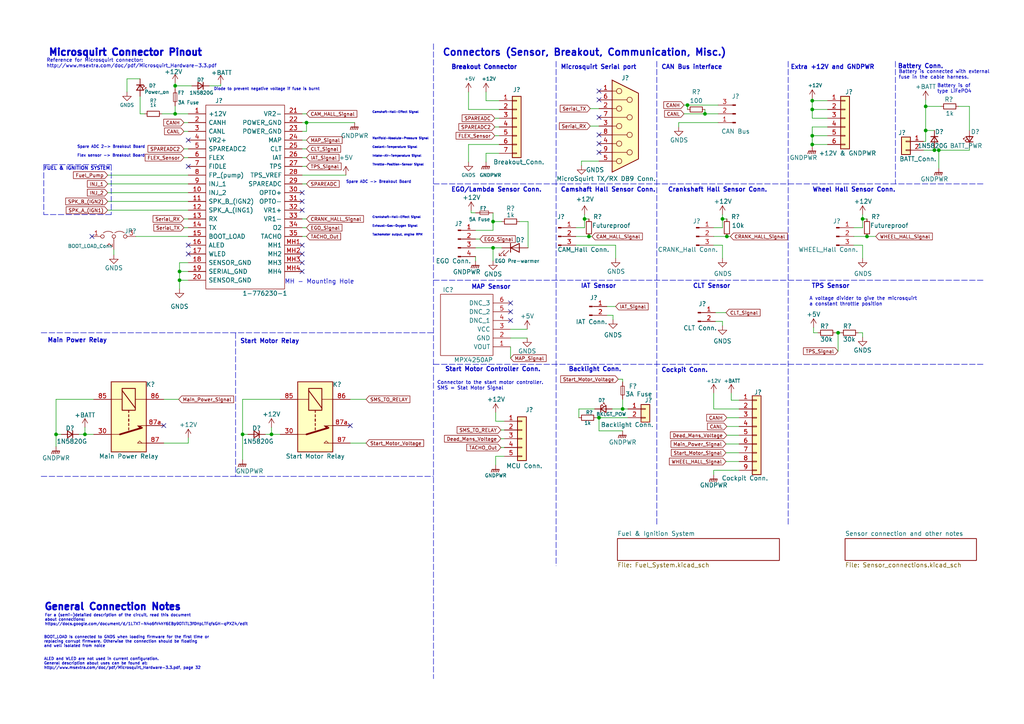
<source format=kicad_sch>
(kicad_sch (version 20211123) (generator eeschema)
  (paper "A4")
  (lib_symbols
    (symbol "Connector:Conn_01x02_Male" (pin_names (offset 1.016) hide)
      (property "Reference" "J" (at 0 2.54 0))
      (property "Value" "Conn_01x02_Male" (at 0 -5.08 0))
      (symbol "Conn_01x02_Male_1_1"
        (pin passive line (at 5.08 0 180) (length 3.81) (name "Pin_1") (number "1"))
        (pin passive line (at 5.08 -2.54 180) (length 3.81) (name "Pin_2") (number "2"))
      )
    )
    (symbol "Connector:Conn_01x03_Male" (pin_names (offset 1.016) hide)
      (property "Reference" "J" (at 0 5.08 0))
      (property "Value" "Conn_01x03_Male" (at 0 -5.08 0))
      (symbol "Conn_01x03_Male_1_1"
        (pin passive line (at 5.08 2.54 180) (length 3.81) (name "Pin_1") (number "1"))
        (pin passive line (at 5.08 0 180) (length 3.81) (name "Pin_2") (number "2"))
        (pin passive line (at 5.08 -2.54 180) (length 3.81) (name "Pin_3") (number "3"))
      )
    )
    (symbol "Connector:Conn_01x04_Male" (pin_names (offset 1.016) hide)
      (property "Reference" "J" (at 0 5.08 0))
      (property "Value" "Conn_01x04_Male" (at 0 -7.62 0))
      (symbol "Conn_01x04_Male_1_1"
        (pin passive line (at 5.08 2.54 180) (length 3.81) (name "Pin_1") (number "1"))
        (pin passive line (at 5.08 0 180) (length 3.81) (name "Pin_2") (number "2"))
        (pin passive line (at 5.08 -2.54 180) (length 3.81) (name "Pin_3") (number "3"))
        (pin passive line (at 5.08 -5.08 180) (length 3.81) (name "Pin_4") (number "4"))
      )
    )
    (symbol "Connector:DB9_Female" (pin_names (offset 1.016) hide)
      (property "Reference" "J" (at 0 13.97 0))
      (property "Value" "DB9_Female" (at 0 -14.605 0))
      (symbol "DB9_Female_1_1"
        (pin passive line (at -7.62 10.16 0) (length 3.81) (name "1") (number "1"))
        (pin passive line (at -7.62 5.08 0) (length 3.81) (name "2") (number "2"))
        (pin passive line (at -7.62 0 0) (length 3.81) (name "3") (number "3"))
        (pin passive line (at -7.62 -5.08 0) (length 3.81) (name "4") (number "4"))
        (pin passive line (at -7.62 -10.16 0) (length 3.81) (name "5") (number "5"))
        (pin passive line (at -7.62 7.62 0) (length 3.81) (name "6") (number "6"))
        (pin passive line (at -7.62 2.54 0) (length 3.81) (name "7") (number "7"))
        (pin passive line (at -7.62 -2.54 0) (length 3.81) (name "8") (number "8"))
        (pin passive line (at -7.62 -7.62 0) (length 3.81) (name "9") (number "9"))
      )
    )
    (symbol "Connector_Generic:Conn_01x02" (pin_names (offset 1.016) hide)
      (property "Reference" "J" (at 0 2.54 0))
      (property "Value" "Conn_01x02" (at 0 -5.08 0))
      (symbol "Conn_01x02_1_1"
        (pin passive line (at -5.08 0 0) (length 3.81) (name "Pin_1") (number "1"))
        (pin passive line (at -5.08 -2.54 0) (length 3.81) (name "Pin_2") (number "2"))
      )
    )
    (symbol "Connector_Generic:Conn_01x05" (pin_names (offset 1.016) hide)
      (property "Reference" "J" (at 0 7.62 0))
      (property "Value" "Conn_01x05" (at 0 -7.62 0))
      (symbol "Conn_01x05_1_1"
        (pin passive line (at -5.08 5.08 0) (length 3.81) (name "Pin_1") (number "1"))
        (pin passive line (at -5.08 2.54 0) (length 3.81) (name "Pin_2") (number "2"))
        (pin passive line (at -5.08 0 0) (length 3.81) (name "Pin_3") (number "3"))
        (pin passive line (at -5.08 -2.54 0) (length 3.81) (name "Pin_4") (number "4"))
        (pin passive line (at -5.08 -5.08 0) (length 3.81) (name "Pin_5") (number "5"))
      )
    )
    (symbol "Connector_Generic:Conn_01x06" (pin_names (offset 1.016) hide)
      (property "Reference" "J" (at 0 7.62 0))
      (property "Value" "Conn_01x06" (at 0 -10.16 0))
      (symbol "Conn_01x06_1_1"
        (pin passive line (at -5.08 5.08 0) (length 3.81) (name "Pin_1") (number "1"))
        (pin passive line (at -5.08 2.54 0) (length 3.81) (name "Pin_2") (number "2"))
        (pin passive line (at -5.08 0 0) (length 3.81) (name "Pin_3") (number "3"))
        (pin passive line (at -5.08 -2.54 0) (length 3.81) (name "Pin_4") (number "4"))
        (pin passive line (at -5.08 -5.08 0) (length 3.81) (name "Pin_5") (number "5"))
        (pin passive line (at -5.08 -7.62 0) (length 3.81) (name "Pin_6") (number "6"))
      )
    )
    (symbol "Connector_Generic:Conn_01x07" (pin_names (offset 1.016) hide)
      (property "Reference" "J" (at 0 10.16 0))
      (property "Value" "Conn_01x07" (at 0 -10.16 0))
      (symbol "Conn_01x07_1_1"
        (pin passive line (at -5.08 7.62 0) (length 3.81) (name "Pin_1") (number "1"))
        (pin passive line (at -5.08 5.08 0) (length 3.81) (name "Pin_2") (number "2"))
        (pin passive line (at -5.08 2.54 0) (length 3.81) (name "Pin_3") (number "3"))
        (pin passive line (at -5.08 0 0) (length 3.81) (name "Pin_4") (number "4"))
        (pin passive line (at -5.08 -2.54 0) (length 3.81) (name "Pin_5") (number "5"))
        (pin passive line (at -5.08 -5.08 0) (length 3.81) (name "Pin_6") (number "6"))
        (pin passive line (at -5.08 -7.62 0) (length 3.81) (name "Pin_7") (number "7"))
      )
    )
    (symbol "Connector_Generic:Conn_01x09" (pin_names (offset 1.016) hide)
      (property "Reference" "J" (at 0 12.7 0))
      (property "Value" "Conn_01x09" (at 0 -12.7 0))
      (symbol "Conn_01x09_1_1"
        (pin passive line (at -5.08 10.16 0) (length 3.81) (name "Pin_1") (number "1"))
        (pin passive line (at -5.08 7.62 0) (length 3.81) (name "Pin_2") (number "2"))
        (pin passive line (at -5.08 5.08 0) (length 3.81) (name "Pin_3") (number "3"))
        (pin passive line (at -5.08 2.54 0) (length 3.81) (name "Pin_4") (number "4"))
        (pin passive line (at -5.08 0 0) (length 3.81) (name "Pin_5") (number "5"))
        (pin passive line (at -5.08 -2.54 0) (length 3.81) (name "Pin_6") (number "6"))
        (pin passive line (at -5.08 -5.08 0) (length 3.81) (name "Pin_7") (number "7"))
        (pin passive line (at -5.08 -7.62 0) (length 3.81) (name "Pin_8") (number "8"))
        (pin passive line (at -5.08 -10.16 0) (length 3.81) (name "Pin_9") (number "9"))
      )
    )
    (symbol "Device:D_Small" (pin_numbers hide) (pin_names (offset 0.254) hide)
      (property "Reference" "D" (at -1.27 2.032 0))
      (property "Value" "D_Small" (at -3.81 -2.032 0))
      (symbol "D_Small_1_1"
        (pin passive line (at -2.54 0 0) (length 1.778) (name "K") (number "1"))
        (pin passive line (at 2.54 0 180) (length 1.778) (name "A") (number "2"))
      )
    )
    (symbol "Device:Fuse_Small" (pin_numbers hide) (pin_names (offset 0.254) hide)
      (property "Reference" "F" (at 0 -1.524 0))
      (property "Value" "Fuse_Small" (at 0 1.524 0))
      (symbol "Fuse_Small_1_1"
        (pin passive line (at -2.54 0 0) (length 1.27) (name "~") (number "1"))
        (pin passive line (at 2.54 0 180) (length 1.27) (name "~") (number "2"))
      )
    )
    (symbol "Device:LED" (pin_numbers hide) (pin_names (offset 1.016) hide)
      (property "Reference" "D" (at 0 2.54 0))
      (property "Value" "LED" (at 0 -2.54 0))
      (symbol "LED_1_1"
        (pin passive line (at -3.81 0 0) (length 2.54) (name "K") (number "1"))
        (pin passive line (at 3.81 0 180) (length 2.54) (name "A") (number "2"))
      )
    )
    (symbol "Device:LED_Small" (pin_numbers hide) (pin_names (offset 0.254) hide)
      (property "Reference" "D" (at -1.27 3.175 0))
      (property "Value" "LED_Small" (at -4.445 -2.54 0))
      (symbol "LED_Small_1_1"
        (pin passive line (at -2.54 0 0) (length 1.778) (name "K") (number "1"))
        (pin passive line (at 2.54 0 180) (length 1.778) (name "A") (number "2"))
      )
    )
    (symbol "Device:R_Small" (pin_numbers hide) (pin_names (offset 0.254) hide)
      (property "Reference" "R" (at 0.762 0.508 0))
      (property "Value" "R_Small" (at 0.762 -1.016 0))
      (symbol "R_Small_1_1"
        (pin passive line (at 0 2.54 270) (length 0.762) (name "~") (number "1"))
        (pin passive line (at 0 -2.54 90) (length 0.762) (name "~") (number "2"))
      )
    )
    (symbol "Jumper:Jumper_3_Open" (pin_names (offset 0) hide)
      (property "Reference" "JP" (at -2.54 -2.54 0))
      (property "Value" "Jumper_3_Open" (at 0 2.794 0))
      (symbol "Jumper_3_Open_1_1"
        (pin passive line (at -6.35 0 0) (length 2.54) (name "A") (number "1"))
        (pin passive line (at 0 -3.81 90) (length 2.54) (name "C") (number "2"))
        (pin passive line (at 6.35 0 180) (length 2.54) (name "B") (number "3"))
      )
    )
    (symbol "Vera ECU 2.0:1-776230-1" (pin_names (offset 0.762))
      (property "Reference" "J?" (at -7.62 25.4 0))
      (property "Value" "1-776230-1" (at 3.81 26.67 0))
      (symbol "1-776230-1_0_0"
        (pin passive line (at -16.51 21.59 0) (length 5.08) (name "+12V") (number "1"))
        (pin passive line (at -16.51 -1.27 0) (length 5.08) (name "INJ_2") (number "10"))
        (pin passive line (at -16.51 -3.81 0) (length 5.08) (name "SPK_B_(IGN2)") (number "11"))
        (pin passive line (at -16.51 -6.35 0) (length 5.08) (name "SPK_A_(ING1)") (number "12"))
        (pin passive line (at -16.51 -8.89 0) (length 5.08) (name "RX") (number "13"))
        (pin passive line (at -16.51 -11.43 0) (length 5.08) (name "TX") (number "14"))
        (pin passive line (at -16.51 -13.97 0) (length 5.08) (name "BOOT_LOAD") (number "15"))
        (pin passive line (at -16.51 -16.51 0) (length 5.08) (name "ALED") (number "16"))
        (pin passive line (at -16.51 -19.05 0) (length 5.08) (name "WLED") (number "17"))
        (pin passive line (at -16.51 -21.59 0) (length 5.08) (name "SENSOR_GND") (number "18"))
        (pin passive line (at -16.51 -24.13 0) (length 5.08) (name "SERIAL_GND") (number "19"))
        (pin passive line (at -16.51 19.05 0) (length 5.08) (name "CANH") (number "2"))
        (pin passive line (at -16.51 -26.67 0) (length 5.08) (name "SENSOR_GND") (number "20"))
        (pin passive line (at 16.51 21.59 180) (length 5.08) (name "VR2-") (number "21"))
        (pin passive line (at 16.51 19.05 180) (length 5.08) (name "POWER_GND") (number "22"))
        (pin passive line (at 16.51 16.51 180) (length 5.08) (name "POWER_GND") (number "23"))
        (pin passive line (at 16.51 13.97 180) (length 5.08) (name "MAP") (number "24"))
        (pin passive line (at 16.51 11.43 180) (length 5.08) (name "CLT") (number "25"))
        (pin passive line (at 16.51 8.89 180) (length 5.08) (name "IAT") (number "26"))
        (pin passive line (at 16.51 6.35 180) (length 5.08) (name "TPS") (number "27"))
        (pin passive line (at 16.51 3.81 180) (length 5.08) (name "TPS_VREF") (number "28"))
        (pin passive line (at 16.51 1.27 180) (length 5.08) (name "SPAREADC") (number "29"))
        (pin passive line (at -16.51 16.51 0) (length 5.08) (name "CANL") (number "3"))
        (pin passive line (at 16.51 -1.27 180) (length 5.08) (name "OPTO+") (number "30"))
        (pin passive line (at 16.51 -3.81 180) (length 5.08) (name "OPTO-") (number "31"))
        (pin passive line (at 16.51 -6.35 180) (length 5.08) (name "VR1+") (number "32"))
        (pin passive line (at 16.51 -8.89 180) (length 5.08) (name "VR1-") (number "33"))
        (pin passive line (at 16.51 -11.43 180) (length 5.08) (name "O2") (number "34"))
        (pin passive line (at 16.51 -13.97 180) (length 5.08) (name "TACHO") (number "35"))
        (pin passive line (at -16.51 13.97 0) (length 5.08) (name "VR2+") (number "4"))
        (pin passive line (at -16.51 11.43 0) (length 5.08) (name "SPAREADC2") (number "5"))
        (pin passive line (at -16.51 8.89 0) (length 5.08) (name "FLEX") (number "6"))
        (pin passive line (at -16.51 6.35 0) (length 5.08) (name "FIDLE") (number "7"))
        (pin passive line (at -16.51 3.81 0) (length 5.08) (name "FP_(pump)") (number "8"))
        (pin passive line (at -16.51 1.27 0) (length 5.08) (name "INJ_1") (number "9"))
        (pin passive line (at 16.51 -16.51 180) (length 5.08) (name "MH1") (number "MH1"))
        (pin passive line (at 16.51 -19.05 180) (length 5.08) (name "MH2") (number "MH2"))
        (pin passive line (at 16.51 -21.59 180) (length 5.08) (name "MH3") (number "MH3"))
        (pin passive line (at 16.51 -24.13 180) (length 5.08) (name "MH4") (number "MH4"))
      )
    )
    (symbol "Vera ECU 2.0:MPX4250AP" (pin_names (offset 0.762))
      (property "Reference" "IC" (at 21.59 7.62 0))
      (property "Value" "MPX4250AP" (at 21.59 5.08 0))
      (symbol "MPX4250AP_0_0"
        (pin passive line (at 0 0 0) (length 5.08) (name "VOUT") (number "1"))
        (pin passive line (at 0 -2.54 0) (length 5.08) (name "GND") (number "2"))
        (pin passive line (at 0 -5.08 0) (length 5.08) (name "VCC") (number "3"))
        (pin passive line (at 0 -7.62 0) (length 5.08) (name "DNC_1") (number "4"))
        (pin passive line (at 0 -10.16 0) (length 5.08) (name "DNC_2") (number "5"))
        (pin passive line (at 0 -12.7 0) (length 5.08) (name "DNC_3") (number "6"))
      )
    )
    (symbol "old-vera-ecu:Mini_ISO_relay" (pin_names (offset 1.016))
      (property "Reference" "K" (at -5.08 12.7 0))
      (property "Value" "Mini_ISO_relay" (at -6.35 -11.43 0))
      (symbol "Mini_ISO_relay_1_1"
        (pin passive line (at -10.16 -5.08 0) (length 5.08) (name "~") (number "30"))
        (pin passive line (at -10.16 5.08 0) (length 5.08) (name "~") (number "85"))
        (pin passive line (at 10.16 5.08 180) (length 5.08) (name "~") (number "86"))
        (pin passive line (at 10.16 -7.62 180) (length 5.08) (name "~") (number "87"))
        (pin passive line (at 10.16 -2.54 180) (length 5.08) (name "~") (number "87a"))
      )
    )
    (symbol "power:+12V" (power) (pin_names (offset 0))
      (property "Value" "+12V" (at 0 3.556 0))
      (symbol "+12V_1_1"
        (pin power_in line (at 0 0 90) (length 0) hide (name "+12V") (number "1"))
      )
    )
    (symbol "power:+5V" (power) (pin_names (offset 0))
      (property "Value" "+5V" (at 0 3.556 0))
      (symbol "+5V_1_1"
        (pin power_in line (at 0 0 90) (length 0) hide (name "+5V") (number "1"))
      )
    )
    (symbol "power:+BATT" (power) (pin_names (offset 0))
      (property "Value" "+BATT" (at 0 3.556 0))
      (symbol "+BATT_1_1"
        (pin power_in line (at 0 0 90) (length 0) hide (name "+BATT") (number "1"))
      )
    )
    (symbol "power:GNDPWR" (power) (pin_names (offset 0))
      (property "Value" "GNDPWR" (at 0 -3.302 0))
      (symbol "GNDPWR_1_1"
        (pin power_in line (at 0 0 270) (length 0) hide (name "GNDPWR") (number "1"))
      )
    )
    (symbol "power:GNDS" (power) (pin_names (offset 0))
      (property "Value" "GNDS" (at 0 -3.81 0))
      (symbol "GNDS_1_1"
        (pin power_in line (at 0 0 270) (length 0) hide (name "GNDS") (number "1"))
      )
    )
  )
  (junction (at 250.19 63.5))
  (junction (at 268.478 30.861))
  (junction (at 143.002 71.882))
  (junction (at 199.39 30.48))
  (junction (at 52.07 81.28))
  (junction (at 272.288 43.561))
  (junction (at 243.078 96.52))
  (junction (at 170.815 68.58))
  (junction (at 143.002 64.262))
  (junction (at 88.9 35.56))
  (junction (at 251.46 68.58))
  (junction (at 210.82 68.58))
  (junction (at 169.545 63.5))
  (junction (at 209.55 63.5))
  (junction (at 268.478 37.846))
  (junction (at 78.74 125.984))
  (junction (at 235.585 41.91))
  (junction (at 50.8 33.02))
  (junction (at 70.358 125.984))
  (junction (at 173.736 121.158))
  (junction (at 52.07 78.74))
  (junction (at 235.585 39.37))
  (junction (at 50.8 24.892))
  (junction (at 271.018 43.561))
  (junction (at 24.638 125.984))
  (junction (at 235.585 31.75))
  (junction (at 16.256 125.984))
  (junction (at 235.585 29.21))
  (junction (at 204.47 33.02))
  (junction (at 180.594 118.618))
  (no_connect (at 87.63 55.88))
  (no_connect (at 26.67 68.58))
  (no_connect (at 54.61 71.12))
  (no_connect (at 148.082 92.964))
  (no_connect (at 47.498 123.444))
  (no_connect (at 87.63 58.42))
  (no_connect (at 87.63 78.74))
  (no_connect (at 173.736 39.116))
  (no_connect (at 148.082 90.424))
  (no_connect (at 54.61 40.64))
  (no_connect (at 173.736 41.656))
  (no_connect (at 173.736 26.416))
  (no_connect (at 87.63 73.66))
  (no_connect (at 173.736 28.956))
  (no_connect (at 87.63 60.96))
  (no_connect (at 101.6 123.444))
  (no_connect (at 87.63 71.12))
  (no_connect (at 148.082 87.884))
  (no_connect (at 54.61 48.26))
  (no_connect (at 54.61 73.66))
  (no_connect (at 173.736 34.036))
  (no_connect (at 173.736 44.196))
  (no_connect (at 87.63 76.2))
  (wire (pts (xy 208.28 30.48) (xy 199.39 30.48)))
  (wire (pts (xy 214.376 123.698) (xy 210.82 123.698)))
  (wire (pts (xy 87.63 40.64) (xy 88.9 40.64)))
  (wire (pts (xy 210.566 128.778) (xy 214.376 128.778)))
  (wire (pts (xy 168.656 46.736) (xy 168.656 48.006)))
  (wire (pts (xy 143.002 66.802) (xy 137.922 66.802)))
  (wire (pts (xy 153.162 71.882) (xy 153.162 64.262)))
  (wire (pts (xy 87.63 66.04) (xy 88.9 66.04)))
  (wire (pts (xy 31.242 58.42) (xy 54.61 58.42)))
  (wire (pts (xy 53.34 45.72) (xy 54.61 45.72)))
  (wire (pts (xy 208.28 33.02) (xy 204.47 33.02)))
  (wire (pts (xy 268.478 28.956) (xy 268.478 30.861)))
  (wire (pts (xy 210.82 126.238) (xy 214.376 126.238)))
  (wire (pts (xy 243.078 96.52) (xy 243.078 101.854)))
  (wire (pts (xy 171.704 68.58) (xy 170.815 68.58)))
  (wire (pts (xy 207.01 137.668) (xy 207.01 136.398)))
  (wire (pts (xy 173.736 31.496) (xy 171.196 31.496)))
  (wire (pts (xy 169.545 66.04) (xy 169.545 63.5)))
  (wire (pts (xy 207.518 90.678) (xy 210.566 90.678)))
  (wire (pts (xy 235.585 31.75) (xy 240.03 31.75)))
  (polyline (pts (xy 68.326 138.176) (xy 125.73 138.176)))
  (wire (pts (xy 135.89 41.91) (xy 144.78 41.91)))
  (wire (pts (xy 212.09 114.046) (xy 212.09 116.078)))
  (wire (pts (xy 240.03 36.83) (xy 235.585 36.83)))
  (wire (pts (xy 172.466 118.618) (xy 167.894 118.618)))
  (polyline (pts (xy 125.73 81.28) (xy 285.115 81.28)))
  (polyline (pts (xy 190.5 17.78) (xy 190.5 152.4)))
  (wire (pts (xy 173.736 36.576) (xy 171.196 36.576)))
  (wire (pts (xy 145.288 129.794) (xy 146.304 129.794)))
  (wire (pts (xy 145.542 71.882) (xy 143.002 71.882)))
  (wire (pts (xy 47.498 115.824) (xy 51.816 115.824)))
  (wire (pts (xy 87.63 38.1) (xy 88.9 38.1)))
  (wire (pts (xy 145.288 127.254) (xy 146.304 127.254)))
  (wire (pts (xy 247.65 66.04) (xy 250.19 66.04)))
  (wire (pts (xy 268.478 30.861) (xy 272.923 30.861)))
  (wire (pts (xy 87.63 50.8) (xy 100.33 50.8)))
  (wire (pts (xy 180.594 109.982) (xy 179.324 109.982)))
  (wire (pts (xy 52.07 81.28) (xy 52.07 78.74)))
  (wire (pts (xy 54.61 33.02) (xy 50.8 33.02)))
  (wire (pts (xy 148.082 100.584) (xy 148.082 103.886)))
  (wire (pts (xy 235.585 36.83) (xy 235.585 39.37)))
  (wire (pts (xy 268.478 37.846) (xy 268.478 41.021)))
  (wire (pts (xy 169.545 63.5) (xy 169.545 62.23)))
  (wire (pts (xy 60.706 24.892) (xy 64.008 24.892)))
  (polyline (pts (xy 125.73 12.7) (xy 125.73 196.85)))
  (wire (pts (xy 16.256 115.824) (xy 27.178 115.824)))
  (wire (pts (xy 177.546 118.618) (xy 180.594 118.618)))
  (wire (pts (xy 235.585 29.21) (xy 235.585 31.75)))
  (wire (pts (xy 235.585 28.575) (xy 235.585 29.21)))
  (polyline (pts (xy 68.326 96.52) (xy 68.326 138.176)))
  (polyline (pts (xy 32.258 47.752) (xy 32.258 62.23)))
  (wire (pts (xy 251.46 68.58) (xy 254 68.58)))
  (wire (pts (xy 64.008 24.892) (xy 64.008 24.384)))
  (wire (pts (xy 88.9 35.56) (xy 88.9 38.1)))
  (wire (pts (xy 52.07 78.74) (xy 54.61 78.74)))
  (wire (pts (xy 250.19 63.5) (xy 251.46 63.5)))
  (wire (pts (xy 167.005 71.12) (xy 178.562 71.12)))
  (wire (pts (xy 145.542 64.262) (xy 143.002 64.262)))
  (wire (pts (xy 140.97 46.99) (xy 140.97 44.45)))
  (wire (pts (xy 212.09 116.078) (xy 214.376 116.078)))
  (polyline (pts (xy 161.29 17.78) (xy 161.29 164.084)))
  (wire (pts (xy 207.01 71.12) (xy 209.55 71.12)))
  (wire (pts (xy 272.288 43.561) (xy 272.288 48.768)))
  (wire (pts (xy 177.8 91.44) (xy 176.022 91.44)))
  (wire (pts (xy 50.8 33.02) (xy 50.8 30.734)))
  (wire (pts (xy 140.97 29.21) (xy 144.78 29.21)))
  (wire (pts (xy 210.566 131.318) (xy 214.376 131.318)))
  (wire (pts (xy 87.63 45.72) (xy 88.9 45.72)))
  (wire (pts (xy 268.478 41.021) (xy 267.843 41.021)))
  (polyline (pts (xy 11.938 96.52) (xy 125.73 96.52)))
  (wire (pts (xy 210.82 68.58) (xy 207.01 68.58)))
  (polyline (pts (xy 125.73 53.34) (xy 285.115 53.34)))
  (wire (pts (xy 16.256 125.984) (xy 17.78 125.984)))
  (wire (pts (xy 50.8 24.13) (xy 50.8 24.892)))
  (wire (pts (xy 268.478 30.861) (xy 268.478 37.846)))
  (wire (pts (xy 87.63 43.18) (xy 88.9 43.18)))
  (polyline (pts (xy 11.938 138.176) (xy 68.326 138.176)))
  (wire (pts (xy 207.01 66.04) (xy 209.55 66.04)))
  (wire (pts (xy 31.242 55.88) (xy 54.61 55.88)))
  (wire (pts (xy 143.002 64.262) (xy 143.002 66.802)))
  (wire (pts (xy 176.022 88.9) (xy 178.562 88.9)))
  (wire (pts (xy 143.002 75.692) (xy 143.002 71.882)))
  (wire (pts (xy 87.63 53.34) (xy 88.9 53.34)))
  (wire (pts (xy 204.47 33.02) (xy 198.374 33.02)))
  (wire (pts (xy 16.256 115.824) (xy 16.256 125.984)))
  (wire (pts (xy 167.005 66.04) (xy 169.545 66.04)))
  (wire (pts (xy 173.736 121.158) (xy 182.118 121.158)))
  (wire (pts (xy 33.02 72.39) (xy 33.02 73.914)))
  (wire (pts (xy 170.815 68.58) (xy 167.005 68.58)))
  (wire (pts (xy 247.65 68.58) (xy 251.46 68.58)))
  (wire (pts (xy 250.19 63.5) (xy 250.19 66.04)))
  (wire (pts (xy 70.358 115.824) (xy 81.28 115.824)))
  (wire (pts (xy 235.585 34.29) (xy 240.03 34.29)))
  (wire (pts (xy 135.89 31.75) (xy 135.89 26.67)))
  (wire (pts (xy 243.078 96.52) (xy 243.84 96.52)))
  (wire (pts (xy 87.63 33.02) (xy 88.9 33.02)))
  (wire (pts (xy 242.316 96.52) (xy 243.078 96.52)))
  (wire (pts (xy 281.178 42.926) (xy 281.178 43.561)))
  (wire (pts (xy 106.172 128.524) (xy 101.6 128.524)))
  (wire (pts (xy 145.288 124.714) (xy 146.304 124.714)))
  (wire (pts (xy 173.736 124.968) (xy 173.736 121.158)))
  (wire (pts (xy 143.002 71.882) (xy 137.922 71.882)))
  (wire (pts (xy 144.78 34.29) (xy 143.51 34.29)))
  (wire (pts (xy 52.07 76.2) (xy 54.61 76.2)))
  (wire (pts (xy 207.01 136.398) (xy 214.376 136.398)))
  (wire (pts (xy 271.018 42.926) (xy 271.018 43.561)))
  (wire (pts (xy 199.39 30.48) (xy 198.374 30.48)))
  (polyline (pts (xy 228.6 17.78) (xy 228.6 152.4)))
  (wire (pts (xy 87.63 48.26) (xy 88.9 48.26)))
  (wire (pts (xy 143.764 122.174) (xy 143.764 119.634)))
  (wire (pts (xy 180.594 115.824) (xy 180.594 118.618)))
  (wire (pts (xy 31.242 53.34) (xy 54.61 53.34)))
  (wire (pts (xy 180.594 118.618) (xy 182.118 118.618)))
  (wire (pts (xy 235.585 29.21) (xy 240.03 29.21)))
  (wire (pts (xy 88.9 35.56) (xy 102.87 35.56)))
  (wire (pts (xy 87.63 68.58) (xy 88.9 68.58)))
  (wire (pts (xy 24.638 125.984) (xy 27.178 125.984)))
  (wire (pts (xy 70.358 125.984) (xy 70.358 133.35)))
  (wire (pts (xy 235.585 42.545) (xy 235.585 41.91)))
  (wire (pts (xy 210.82 121.158) (xy 214.376 121.158)))
  (wire (pts (xy 204.47 33.02) (xy 204.47 31.75)))
  (wire (pts (xy 53.34 66.04) (xy 54.61 66.04)))
  (wire (pts (xy 180.594 124.968) (xy 173.736 124.968)))
  (wire (pts (xy 52.07 81.28) (xy 54.61 81.28)))
  (wire (pts (xy 140.97 44.45) (xy 144.78 44.45)))
  (wire (pts (xy 209.55 63.5) (xy 209.55 62.23)))
  (wire (pts (xy 70.358 115.824) (xy 70.358 125.984)))
  (wire (pts (xy 52.07 83.82) (xy 52.07 81.28)))
  (wire (pts (xy 53.34 35.56) (xy 54.61 35.56)))
  (wire (pts (xy 172.974 121.158) (xy 173.736 121.158)))
  (polyline (pts (xy 125.73 105.664) (xy 285.115 105.664)))
  (wire (pts (xy 247.65 71.12) (xy 250.19 71.12)))
  (wire (pts (xy 250.19 97.79) (xy 250.19 96.52)))
  (wire (pts (xy 46.99 33.02) (xy 50.8 33.02)))
  (wire (pts (xy 144.78 36.83) (xy 143.51 36.83)))
  (wire (pts (xy 87.63 63.5) (xy 88.9 63.5)))
  (wire (pts (xy 199.39 31.75) (xy 199.39 30.48)))
  (wire (pts (xy 209.55 71.12) (xy 209.55 74.93)))
  (wire (pts (xy 271.018 43.561) (xy 272.288 43.561)))
  (wire (pts (xy 178.562 74.93) (xy 178.562 71.12)))
  (wire (pts (xy 150.622 64.262) (xy 153.162 64.262)))
  (wire (pts (xy 281.178 30.861) (xy 281.178 37.846)))
  (wire (pts (xy 135.89 46.99) (xy 135.89 41.91)))
  (wire (pts (xy 148.082 98.044) (xy 152.908 98.044)))
  (wire (pts (xy 268.478 37.846) (xy 271.018 37.846)))
  (wire (pts (xy 52.07 78.74) (xy 52.07 76.2)))
  (wire (pts (xy 167.894 118.618) (xy 167.894 121.158)))
  (polyline (pts (xy 12.7 47.752) (xy 12.7 62.23)))
  (wire (pts (xy 76.962 125.984) (xy 78.74 125.984)))
  (wire (pts (xy 78.74 123.952) (xy 78.74 125.984)))
  (wire (pts (xy 235.585 39.37) (xy 240.03 39.37)))
  (wire (pts (xy 144.78 39.37) (xy 143.51 39.37)))
  (wire (pts (xy 173.736 46.736) (xy 168.656 46.736)))
  (wire (pts (xy 143.764 134.874) (xy 143.764 132.334)))
  (wire (pts (xy 208.28 35.56) (xy 196.85 35.56)))
  (wire (pts (xy 209.55 63.5) (xy 210.82 63.5)))
  (wire (pts (xy 250.19 96.52) (xy 248.92 96.52)))
  (wire (pts (xy 143.002 61.722) (xy 143.002 64.262)))
  (polyline (pts (xy 32.258 62.23) (xy 12.7 62.23)))
  (wire (pts (xy 40.64 33.02) (xy 41.91 33.02)))
  (wire (pts (xy 209.55 93.218) (xy 207.518 93.218)))
  (wire (pts (xy 101.6 115.824) (xy 106.172 115.824)))
  (wire (pts (xy 209.55 66.04) (xy 209.55 63.5)))
  (wire (pts (xy 78.74 125.984) (xy 81.28 125.984)))
  (wire (pts (xy 144.78 31.75) (xy 135.89 31.75)))
  (wire (pts (xy 177.8 92.71) (xy 177.8 91.44)))
  (wire (pts (xy 22.86 125.984) (xy 24.638 125.984)))
  (wire (pts (xy 87.63 35.56) (xy 88.9 35.56)))
  (wire (pts (xy 54.61 128.524) (xy 47.498 128.524)))
  (wire (pts (xy 39.37 68.58) (xy 54.61 68.58)))
  (wire (pts (xy 54.61 127) (xy 54.61 128.524)))
  (wire (pts (xy 207.01 118.618) (xy 214.376 118.618)))
  (wire (pts (xy 237.236 96.52) (xy 235.966 96.52)))
  (wire (pts (xy 278.003 30.861) (xy 281.178 30.861)))
  (wire (pts (xy 53.34 63.5) (xy 54.61 63.5)))
  (wire (pts (xy 50.8 24.892) (xy 55.626 24.892)))
  (wire (pts (xy 210.566 133.858) (xy 214.376 133.858)))
  (wire (pts (xy 207.01 114.046) (xy 207.01 118.618)))
  (wire (pts (xy 180.594 110.744) (xy 180.594 109.982)))
  (wire (pts (xy 137.922 74.422) (xy 137.922 75.692)))
  (wire (pts (xy 50.8 24.892) (xy 50.8 25.654)))
  (wire (pts (xy 143.764 132.334) (xy 146.304 132.334)))
  (wire (pts (xy 139.192 69.342) (xy 137.922 69.342)))
  (wire (pts (xy 235.585 31.75) (xy 235.585 34.29)))
  (wire (pts (xy 211.836 68.58) (xy 210.82 68.58)))
  (wire (pts (xy 31.242 60.96) (xy 54.61 60.96)))
  (wire (pts (xy 140.97 26.67) (xy 140.97 29.21)))
  (wire (pts (xy 146.304 122.174) (xy 143.764 122.174)))
  (wire (pts (xy 36.83 22.86) (xy 40.64 22.86)))
  (wire (pts (xy 169.545 63.5) (xy 170.815 63.5)))
  (wire (pts (xy 148.082 95.504) (xy 152.908 95.504)))
  (polyline (pts (xy 12.7 47.752) (xy 32.258 47.752)))
  (wire (pts (xy 70.358 125.984) (xy 71.882 125.984)))
  (wire (pts (xy 136.652 61.722) (xy 137.922 61.722)))
  (wire (pts (xy 31.242 50.8) (xy 54.61 50.8)))
  (wire (pts (xy 235.585 39.37) (xy 235.585 41.91)))
  (wire (pts (xy 40.64 27.94) (xy 40.64 33.02)))
  (wire (pts (xy 209.55 94.488) (xy 209.55 93.218)))
  (wire (pts (xy 281.178 43.561) (xy 272.288 43.561)))
  (wire (pts (xy 36.83 26.67) (xy 36.83 22.86)))
  (wire (pts (xy 250.19 62.23) (xy 250.19 63.5)))
  (wire (pts (xy 24.638 123.952) (xy 24.638 125.984)))
  (polyline (pts (xy 259.715 17.78) (xy 259.715 53.34)))
  (wire (pts (xy 16.256 125.984) (xy 16.256 129.54)))
  (wire (pts (xy 53.34 43.18) (xy 54.61 43.18)))
  (wire (pts (xy 267.843 43.561) (xy 271.018 43.561)))
  (wire (pts (xy 136.652 61.087) (xy 136.652 61.722)))
  (wire (pts (xy 196.85 35.56) (xy 196.85 36.83)))
  (wire (pts (xy 235.966 96.52) (xy 235.966 94.996)))
  (wire (pts (xy 250.19 71.12) (xy 250.19 74.93)))
  (wire (pts (xy 235.585 41.91) (xy 240.03 41.91)))
  (wire (pts (xy 53.34 38.1) (xy 54.61 38.1)))
  (text "MAP Sensor" (at 136.652 84.074 0) (effects (font (size 1.27 1.27) bold) (justify left bottom)))
  (text "Camshaft Hall Sensor Conn." (at 162.56 55.88 0) (effects (font (size 1.27 1.27) bold) (justify left bottom)))
  (text "TPS Sensor" (at 235.331 83.82 0) (effects (font (size 1.27 1.27) bold) (justify left bottom)))
  (text "Cockpit Conn." (at 191.77 108.204 0) (effects (font (size 1.27 1.27) bold) (justify left bottom)))
  (text "Start Motor Controller Conn." (at 129.032 107.95 0) (effects (font (size 1.27 1.27) bold) (justify left bottom)))
  (text "Throttle-Position-Sensor Signal" (at 107.95 48.26 0) (effects (font (size 0.6 0.6)) (justify left bottom)))
  (text "Breakout Connector" (at 130.81 20.32 0) (effects (font (size 1.27 1.27) (thickness 0.3) bold) (justify left bottom)))
  (text "A voltage divider to give the microsquirt\na constant throttle position" (at 234.696 88.9 0) (effects (font (size 1 1)) (justify left bottom)))
  (text "Microsquirt Serial port" (at 162.56 20.32 0) (effects (font (size 1.27 1.27) bold) (justify left bottom)))
  (text "FUEL & IGNITION SYSTEM" (at 12.7 49.53 0) (effects (font (size 1 1) (thickness 0.2) bold) (justify left bottom)))
  (text "Battery is connected with external\nfuse in the cable harness." (at 260.604 23.114 0) (effects (font (size 1 1)) (justify left bottom)))
  (text "Spare ADC -> Breakout Board" (at 100.33 53.34 0) (effects (font (size 0.8 0.8)) (justify left bottom)))
  (text "For a (semi-)detailed description of the circuit, read this document\nabout connections:\nhttps://docs.google.com/document/d/1L7XT-N4o6fV4hY6EBp9OTlTL3f0HpLTFqfsGH-qPXZ4/edit" (at 12.954 181.61 0) (effects (font (size 0.8 0.8)) (justify left bottom)))
  (text "Backlight Conn." (at 164.846 107.95 0) (effects (font (size 1.27 1.27) bold) (justify left bottom)))
  (text "Battery is of \ntype LiFePO4" (at 271.78 27.178 0) (effects (font (size 1 1)) (justify left bottom)))
  (text "Flex sensor -> Breakout Board" (at 22.352 45.72 0) (effects (font (size 0.8 0.8)) (justify left bottom)))
  (text "General Connection Notes" (at 12.7 177.292 0) (effects (font (size 2 2) (thickness 0.64) bold) (justify left bottom)))
  (text "Extra +12V and GNDPWR" (at 229.235 20.32 0) (effects (font (size 1.27 1.27) bold) (justify left bottom)))
  (text "Reference for Microsquirt connector:\nhttp://www.msextra.com/doc/pdf/Microsquirt_Hardware-3.3.pdf" (at 13.462 19.812 0) (effects (font (size 1 1)) (justify left bottom)))
  (text "CLT Sensor" (at 200.914 83.82 0) (effects (font (size 1.27 1.27) bold) (justify left bottom)))
  (text "Camshaft-Hall-Effect Signal\n" (at 107.95 33.02 0) (effects (font (size 0.6 0.6)) (justify left bottom)))
  (text "Battery Conn." (at 260.35 20.066 0) (effects (font (size 1.27 1.27) bold) (justify left bottom)))
  (text "Spare ADC 2-> Breakout Board" (at 22.352 43.18 0) (effects (font (size 0.8 0.8)) (justify left bottom)))
  (text "Wheel Hall Sensor Conn." (at 235.585 55.88 0) (effects (font (size 1.27 1.27) bold) (justify left bottom)))
  (text "Exhaust-Gas-Oxygen Signal" (at 107.95 66.04 0) (effects (font (size 0.6 0.6)) (justify left bottom)))
  (text "BOOT_LOAD Is connected to GNDS when loading firmware for the first time or \nreplacing corrupt firmware. Otherwise the connection should be floating \nand well isolated from noice" (at 12.7 187.96 0) (effects (font (size 0.8 0.8)) (justify left bottom)))
  (text "Tachometer output, engine RPM" (at 107.95 68.58 0) (effects (font (size 0.6 0.6)) (justify left bottom)))
  (text "Diode to prevent negative voltage if fuse is burnt" (at 61.976 26.416 0) (effects (font (size 0.8 0.8)) (justify left bottom)))
  (text "Connectors (Sensor, Breakout, Communication, Misc.)" (at 128.27 16.51 0) (effects (font (size 2 2) bold) (justify left bottom)))
  (text "Microsquirt Connector Pinout" (at 13.97 16.51 0) (effects (font (size 2 2) (thickness 0.6) bold) (justify left bottom)))
  (text "Crankshaft Hall Sensor Conn." (at 193.675 55.88 0) (effects (font (size 1.27 1.27) bold) (justify left bottom)))
  (text "Start Motor Relay" (at 69.596 99.822 0) (effects (font (size 1.27 1.27) bold) (justify left bottom)))
  (text "Crankshaft-Hall-Effect Signal" (at 107.95 63.5 0) (effects (font (size 0.6 0.6)) (justify left bottom)))
  (text "Coolant-Temperature Signal" (at 107.95 43.18 0) (effects (font (size 0.6 0.6)) (justify left bottom)))
  (text "Connector to the start motor controller.\nSMS = Stat Motor Signal\n" (at 126.746 113.284 0) (effects (font (size 1 1)) (justify left bottom)))
  (text "ALED and WLED are not used in current configuration.\nGeneral description about uses can be found at:\nhttp://www.msextra.com/doc/pdf/Microsquirt_Hardware-3.3.pdf, page 32\n" (at 12.7 194.31 0) (effects (font (size 0.8 0.8)) (justify left bottom)))
  (text "Main Power Relay" (at 13.716 99.568 0) (effects (font (size 1.27 1.27) bold) (justify left bottom)))
  (text "CAN Bus interface" (at 191.77 20.32 0) (effects (font (size 1.27 1.27) bold) (justify left bottom)))
  (text "Manifold-Absolute-Pressure Signal" (at 107.95 40.64 0) (effects (font (size 0.6 0.6)) (justify left bottom)))
  (text "Intake-Air-Temperature Signal" (at 107.95 45.72 0) (effects (font (size 0.6 0.6)) (justify left bottom)))
  (text "EGO/Lambda Sensor Conn." (at 130.81 55.88 0) (effects (font (size 1.27 1.27) bold) (justify left bottom)))
  (text "IAT Sensor" (at 168.402 83.82 0) (effects (font (size 1.27 1.27) bold) (justify left bottom)))
  (text "MH - Mounting Hole" (at 82.55 82.55 0) (effects (font (size 1.27 1.27)) (justify left bottom)))
  (global_label "WHEEL_HALL_Signal" (shape input) (at 254 68.58 0) (effects (font (size 1 1))) (property "Intersheet References" "${INTERSHEET_REFS}" (effects hide)))
  (global_label "SPAREADC2" (shape input) (at 143.51 36.83 180) (effects (font (size 1 1))) (property "Intersheet References" "${INTERSHEET_REFS}" (effects hide)))
  (global_label "CANL" (shape input) (at 198.374 33.02 180) (effects (font (size 1 1))) (property "Intersheet References" "${INTERSHEET_REFS}" (effects hide)))
  (global_label "FLEX_Sensor" (shape input) (at 143.51 39.37 180) (effects (font (size 1 1))) (property "Intersheet References" "${INTERSHEET_REFS}" (effects hide)))
  (global_label "Serial_TX" (shape input) (at 53.34 66.04 180) (effects (font (size 1 1))) (property "Intersheet References" "${INTERSHEET_REFS}" (effects hide)))
  (global_label "SMS_TO_RELAY" (shape input) (at 106.172 115.824 0) (effects (font (size 1 1))) (property "Intersheet References" "${INTERSHEET_REFS}" (effects hide)))
  (global_label "INJ_2" (shape input) (at 31.242 55.88 180) (effects (font (size 1 1))) (property "Intersheet References" "${INTERSHEET_REFS}" (effects hide)))
  (global_label "INJ_1" (shape input) (at 31.242 53.34 180) (effects (font (size 1 1))) (property "Intersheet References" "${INTERSHEET_REFS}" (effects hide)))
  (global_label "Fuel_Pump" (shape input) (at 31.242 50.8 180) (effects (font (size 1 1))) (property "Intersheet References" "${INTERSHEET_REFS}" (effects hide)))
  (global_label "CANL" (shape input) (at 210.82 123.698 180) (effects (font (size 1 1))) (property "Intersheet References" "${INTERSHEET_REFS}" (effects hide)))
  (global_label "Serial_RX" (shape input) (at 53.34 63.5 180) (effects (font (size 1 1))) (property "Intersheet References" "${INTERSHEET_REFS}" (effects hide)))
  (global_label "CRANK_HALL_Signal" (shape input) (at 211.836 68.58 0) (effects (font (size 1 1))) (property "Intersheet References" "${INTERSHEET_REFS}" (effects hide)))
  (global_label "CLT_Signal" (shape input) (at 88.9 43.18 0) (effects (font (size 1 1))) (property "Intersheet References" "${INTERSHEET_REFS}" (effects hide)))
  (global_label "FLEX_Sensor" (shape input) (at 53.34 45.72 180) (effects (font (size 1 1))) (property "Intersheet References" "${INTERSHEET_REFS}" (effects hide)))
  (global_label "SPAREADC" (shape input) (at 88.9 53.34 0) (effects (font (size 1 1))) (property "Intersheet References" "${INTERSHEET_REFS}" (effects hide)))
  (global_label "TPS_Signal" (shape input) (at 88.9 48.26 0) (effects (font (size 1 1))) (property "Intersheet References" "${INTERSHEET_REFS}" (effects hide)))
  (global_label "IAT_Signal" (shape input) (at 178.562 88.9 0) (effects (font (size 1 1))) (property "Intersheet References" "${INTERSHEET_REFS}" (effects hide)))
  (global_label "CANL" (shape input) (at 53.34 38.1 180) (effects (font (size 1 1))) (property "Intersheet References" "${INTERSHEET_REFS}" (effects hide)))
  (global_label "Serial_TX" (shape input) (at 171.196 31.496 180) (effects (font (size 1 1))) (property "Intersheet References" "${INTERSHEET_REFS}" (effects hide)))
  (global_label "TACHO_Out" (shape input) (at 145.288 129.794 180) (effects (font (size 1 1))) (property "Intersheet References" "${INTERSHEET_REFS}" (effects hide)))
  (global_label "Main_Power_Signal" (shape input) (at 51.816 115.824 0) (effects (font (size 1 1))) (property "Intersheet References" "${INTERSHEET_REFS}" (effects hide)))
  (global_label "SPK_B_(IGN2)" (shape input) (at 31.242 58.42 180) (effects (font (size 1 1))) (property "Intersheet References" "${INTERSHEET_REFS}" (effects hide)))
  (global_label "EGO_Signal" (shape input) (at 88.9 66.04 0) (effects (font (size 1 1))) (property "Intersheet References" "${INTERSHEET_REFS}" (effects hide)))
  (global_label "CLT_Signal" (shape input) (at 210.566 90.678 0) (effects (font (size 1 1))) (property "Intersheet References" "${INTERSHEET_REFS}" (effects hide)))
  (global_label "CAM_HALL_Signal" (shape input) (at 171.704 68.58 0) (effects (font (size 1 1))) (property "Intersheet References" "${INTERSHEET_REFS}" (effects hide)))
  (global_label "WHEEL_HALL_Signal" (shape input) (at 210.566 133.858 180) (effects (font (size 1 1))) (property "Intersheet References" "${INTERSHEET_REFS}" (effects hide)))
  (global_label "Dead_Mans_Voltage" (shape input) (at 145.288 127.254 180) (effects (font (size 1 1))) (property "Intersheet References" "${INTERSHEET_REFS}" (effects hide)))
  (global_label "EGO_Signal" (shape input) (at 139.192 69.342 0) (effects (font (size 1 1))) (property "Intersheet References" "${INTERSHEET_REFS}" (effects hide)))
  (global_label "Start_Motor_Signal" (shape input) (at 210.566 131.318 180) (effects (font (size 1 1))) (property "Intersheet References" "${INTERSHEET_REFS}" (effects hide)))
  (global_label "SMS_TO_RELAY" (shape input) (at 145.288 124.714 180) (effects (font (size 1 1))) (property "Intersheet References" "${INTERSHEET_REFS}" (effects hide)))
  (global_label "MAP_Signal" (shape input) (at 88.9 40.64 0) (effects (font (size 1 1))) (property "Intersheet References" "${INTERSHEET_REFS}" (effects hide)))
  (global_label "CAM_HALL_Signal" (shape input) (at 88.9 33.02 0) (effects (font (size 1 1))) (property "Intersheet References" "${INTERSHEET_REFS}" (effects hide)))
  (global_label "CANH" (shape input) (at 210.82 121.158 180) (effects (font (size 1 1))) (property "Intersheet References" "${INTERSHEET_REFS}" (effects hide)))
  (global_label "IAT_Signal" (shape input) (at 88.9 45.72 0) (effects (font (size 1 1))) (property "Intersheet References" "${INTERSHEET_REFS}" (effects hide)))
  (global_label "SPAREADC2" (shape input) (at 53.34 43.18 180) (effects (font (size 1 1))) (property "Intersheet References" "${INTERSHEET_REFS}" (effects hide)))
  (global_label "MAP_Signal" (shape input) (at 148.082 103.886 0) (effects (font (size 1 1))) (property "Intersheet References" "${INTERSHEET_REFS}" (effects hide)))
  (global_label "Start_Motor_Voltage" (shape input) (at 106.172 128.524 0) (effects (font (size 1 1))) (property "Intersheet References" "${INTERSHEET_REFS}" (effects hide)))
  (global_label "TACHO_Out" (shape input) (at 88.9 68.58 0) (effects (font (size 1 1))) (property "Intersheet References" "${INTERSHEET_REFS}" (effects hide)))
  (global_label "Dead_Mans_Voltage" (shape input) (at 210.82 126.238 180) (effects (font (size 1 1))) (property "Intersheet References" "${INTERSHEET_REFS}" (effects hide)))
  (global_label "Main_Power_Signal" (shape input) (at 210.566 128.778 180) (effects (font (size 1 1))) (property "Intersheet References" "${INTERSHEET_REFS}" (effects hide)))
  (global_label "Serial_RX" (shape input) (at 171.196 36.576 180) (effects (font (size 1 1))) (property "Intersheet References" "${INTERSHEET_REFS}" (effects hide)))
  (global_label "Start_Motor_Voltage" (shape input) (at 179.324 109.982 180) (effects (font (size 1 1))) (property "Intersheet References" "${INTERSHEET_REFS}" (effects hide)))
  (global_label "CANH" (shape input) (at 198.374 30.48 180) (effects (font (size 1 1))) (property "Intersheet References" "${INTERSHEET_REFS}" (effects hide)))
  (global_label "SPK_A_(IGN1)" (shape input) (at 31.242 60.96 180) (effects (font (size 1 1))) (property "Intersheet References" "${INTERSHEET_REFS}" (effects hide)))
  (global_label "TPS_Signal" (shape input) (at 243.078 101.854 180) (effects (font (size 1 1))) (property "Intersheet References" "${INTERSHEET_REFS}" (effects hide)))
  (global_label "CRANK_HALL_Signal" (shape input) (at 88.9 63.5 0) (effects (font (size 1 1))) (property "Intersheet References" "${INTERSHEET_REFS}" (effects hide)))
  (global_label "CANH" (shape input) (at 53.34 35.56 180) (effects (font (size 1 1))) (property "Intersheet References" "${INTERSHEET_REFS}" (effects hide)))
  (global_label "SPAREADC" (shape input) (at 143.51 34.29 180) (effects (font (size 1 1))) (property "Intersheet References" "${INTERSHEET_REFS}" (effects hide)))
  (symbol (lib_id "power:GNDS") (at 36.83 26.67 0) (unit 1)
    (property "Reference" "#PWR?" (effects hide))
    (property "Value" "GNDS" (at 36.83 30.48 0) (effects (font (size 1 1))))
  )
  (symbol (lib_id "power:GNDS") (at 250.19 97.79 0) (unit 1)
    (property "Reference" "#PWR?" (effects hide))
    (property "Value" "GNDS" (at 250.19 101.6 0))
  )
  (symbol (lib_id "Device:LED_Small") (at 281.178 40.386 90) (unit 1)
    (property "Reference" "D?" (at 281.559 38.227 90) (effects (justify right)))
    (property "Value" "BATT_PWR" (at 275.463 42.291 90) (effects (justify right)))
  )
  (symbol (lib_id "Connector_Generic:Conn_01x07") (at 149.86 36.83 0) (unit 1)
    (property "Reference" "J?" (at 149.86 26.035 0))
    (property "Value" "Breakout_Conn." (at 150.495 46.99 0))
  )
  (symbol (lib_id "power:GNDPWR") (at 207.01 137.668 0) (unit 1)
    (property "Reference" "#PWR?" (effects hide))
    (property "Value" "GNDPWR" (at 207.01 140.716 0))
  )
  (symbol (lib_id "Connector:Conn_01x03_Male") (at 161.925 68.58 0) (unit 1)
    (property "Reference" "J?" (at 163.83 62.865 0) (effects (justify right)))
    (property "Value" "CAM_Hall Conn." (at 176.784 72.39 0) (effects (justify right)))
  )
  (symbol (lib_id "power:+12V") (at 207.01 114.046 0) (unit 1)
    (property "Reference" "#PWR?" (effects hide))
    (property "Value" "+12V" (at 207.01 110.49 0) (effects (font (size 1 1))))
  )
  (symbol (lib_id "Device:R_Small") (at 44.45 33.02 90) (unit 1)
    (property "Reference" "R?" (at 44.45 29.21 90) (effects (font (size 1 1))))
    (property "Value" "1k" (at 44.45 30.48 90) (effects (font (size 1 1))))
  )
  (symbol (lib_id "power:+12V") (at 78.74 123.952 0) (unit 1)
    (property "Reference" "#PWR?" (effects hide))
    (property "Value" "+12V" (at 78.74 120.142 0))
  )
  (symbol (lib_id "Device:R_Small") (at 148.082 64.262 270) (unit 1)
    (property "Reference" "R?" (at 148.082 60.452 90))
    (property "Value" "1k" (at 148.082 62.357 90))
  )
  (symbol (lib_id "power:GNDPWR") (at 70.358 133.35 0) (unit 1)
    (property "Reference" "#PWR?" (effects hide))
    (property "Value" "GNDPWR" (at 72.39 136.652 0))
  )
  (symbol (lib_id "power:GNDS") (at 250.19 74.93 0) (unit 1)
    (property "Reference" "#PWR?" (effects hide))
    (property "Value" "GNDS" (at 247.65 79.375 0) (effects (justify left)))
  )
  (symbol (lib_id "power:+12V") (at 169.545 62.23 0) (unit 1)
    (property "Reference" "#PWR?" (effects hide))
    (property "Value" "+12V" (at 167.005 57.785 0) (effects (justify left)))
  )
  (symbol (lib_id "Device:R_Small") (at 170.815 66.04 0) (unit 1)
    (property "Reference" "R?" (at 174.625 62.865 0) (effects (justify right)))
    (property "Value" "Futureproof" (at 182.88 65.405 0) (effects (justify right)))
  )
  (symbol (lib_id "Device:D_Small") (at 271.018 40.386 270) (unit 1)
    (property "Reference" "D?" (at 271.145 38.227 90) (effects (justify left)))
    (property "Value" "1N5820G" (at 266.065 42.291 90) (effects (justify left)))
  )
  (symbol (lib_id "Device:Fuse_Small") (at 50.8 28.194 90) (unit 1)
    (property "Reference" "F?" (at 51.562 26.924 90) (effects (font (size 1 1)) (justify right)))
    (property "Value" "3A Fuse" (at 51.562 29.718 90) (effects (font (size 1 1)) (justify right)))
  )
  (symbol (lib_id "Device:D_Small") (at 74.422 125.984 180) (unit 1)
    (property "Reference" "D?" (at 74.422 124.206 0))
    (property "Value" "1N5820G" (at 74.93 128.016 0))
  )
  (symbol (lib_id "power:+12V") (at 136.652 61.087 0) (unit 1)
    (property "Reference" "#PWR?" (effects hide))
    (property "Value" "+12V" (at 134.112 57.277 0) (effects (justify left)))
  )
  (symbol (lib_id "Device:D_Small") (at 58.166 24.892 180) (unit 1)
    (property "Reference" "D?" (at 58.166 23.114 0) (effects (font (size 1 1))))
    (property "Value" "1N5820G" (at 58.42 26.924 0) (effects (font (size 1 1))))
  )
  (symbol (lib_id "power:+5V") (at 152.908 95.504 0) (unit 1)
    (property "Reference" "#PWR?" (effects hide))
    (property "Value" "+5V" (at 152.908 91.694 0))
  )
  (symbol (lib_id "Connector:Conn_01x03_Male") (at 213.36 33.02 180) (unit 1)
    (property "Reference" "J?" (at 213.36 27.94 0))
    (property "Value" "CAN Bus" (at 213.36 38.1 0))
  )
  (symbol (lib_id "power:GNDS") (at 177.8 92.71 0) (unit 1)
    (property "Reference" "#PWR?" (effects hide))
    (property "Value" "GNDS" (at 177.8 97.155 0))
  )
  (symbol (lib_id "Vera ECU 2.0:MPX4250AP") (at 148.082 100.584 180) (unit 1)
    (property "Reference" "IC?" (at 131.572 84.074 0) (effects (justify left)))
    (property "Value" "MPX4250AP" (at 143.002 104.394 0) (effects (justify left)))
    (property "Footprint" "MPX4250GP" (effects hide))
    (property "Datasheet" "http://www.nxp.com/docs/en/data-sheet/MPX4250A.pdf" (effects hide))
    (property "Description" "MPX4250AP, Absolute Pressure Sensor, 250kPa 0.2 V  4.9 V Output, 6-Pin" (effects hide))
    (property "Height" "29.34" (effects hide))
    (property "Manufacturer_Name" "NXP" (effects hide))
    (property "Manufacturer_Part_Number" "MPX4250AP" (effects hide))
    (property "Mouser Part Number" "841-MPX4250AP" (effects hide))
    (property "Mouser Price/Stock" "https://www.mouser.co.uk/ProductDetail/NXP-Semiconductors/MPX4250AP?qs=r8OyiFxb6Rev6%252BQxsx%2Fehw%3D%3D" (effects hide))
    (property "Arrow Part Number" "MPX4250AP" (effects hide))
    (property "Arrow Price/Stock" "https://www.arrow.com/en/products/mpx4250ap/nxp-semiconductors?region=nac" (effects hide))
  )
  (symbol (lib_id "power:GNDPWR") (at 180.594 124.968 0) (unit 1)
    (property "Reference" "#PWR?" (effects hide))
    (property "Value" "GNDPWR" (at 180.594 128.27 0))
  )
  (symbol (lib_id "Device:R_Small") (at 170.434 121.158 90) (unit 1)
    (property "Reference" "R?" (at 170.942 119.634 90) (effects (font (size 1 1))))
    (property "Value" "1k" (at 170.434 122.682 90) (effects (font (size 1 1))))
  )
  (symbol (lib_id "Connector_Generic:Conn_01x09") (at 219.456 126.238 0) (unit 1)
    (property "Reference" "J?" (at 218.694 113.792 0) (effects (justify left)))
    (property "Value" "Cockpit Conn." (at 209.296 138.684 0) (effects (justify left)))
  )
  (symbol (lib_id "Device:R_Small") (at 275.463 30.861 270) (unit 1)
    (property "Reference" "R?" (at 275.209 28.829 90))
    (property "Value" "1k" (at 275.463 32.893 90))
  )
  (symbol (lib_id "power:GNDS") (at 135.89 46.99 0) (unit 1)
    (property "Reference" "#PWR?" (effects hide))
    (property "Value" "GNDS" (at 135.89 50.8 0) (effects (font (size 1 1))))
  )
  (symbol (lib_id "power:GNDPWR") (at 140.97 46.99 0) (unit 1)
    (property "Reference" "#PWR?" (effects hide))
    (property "Value" "GNDPWR" (at 142.24 50.8 0) (effects (font (size 1 1))))
  )
  (symbol (lib_id "power:GNDPWR") (at 235.585 42.545 0) (unit 1)
    (property "Reference" "#PWR?" (effects hide))
    (property "Value" "GNDPWR" (at 233.045 45.72 0))
  )
  (symbol (lib_id "Device:LED_Small") (at 40.64 25.4 270) (unit 1)
    (property "Reference" "D?" (at 43.18 24.8284 90) (effects (font (size 1 1)) (justify left)))
    (property "Value" "Power_on" (at 41.91 26.67 90) (effects (font (size 1 1)) (justify left)))
  )
  (symbol (lib_id "power:+12V") (at 140.97 26.67 0) (unit 1)
    (property "Reference" "#PWR?" (effects hide))
    (property "Value" "+12V" (at 139.7 22.86 0) (effects (font (size 1 1)) (justify left)))
  )
  (symbol (lib_id "Device:D_Small") (at 20.32 125.984 180) (unit 1)
    (property "Reference" "D?" (at 20.32 124.206 0))
    (property "Value" "1N5820G" (at 20.828 128.016 0))
  )
  (symbol (lib_id "power:GNDPWR") (at 137.922 75.692 0) (unit 1)
    (property "Reference" "#PWR?" (effects hide))
    (property "Value" "GNDPWR" (at 135.382 78.867 0))
  )
  (symbol (lib_id "Device:R_Small") (at 210.82 66.04 0) (unit 1)
    (property "Reference" "R?" (at 214.63 62.865 0) (effects (justify right)))
    (property "Value" "10k" (at 215.9 65.405 0) (effects (justify right)))
  )
  (symbol (lib_id "power:GNDPWR") (at 272.288 48.768 0) (unit 1)
    (property "Reference" "#PWR?" (effects hide))
    (property "Value" "GNDPWR" (at 271.018 51.943 0))
  )
  (symbol (lib_id "Device:LED_Small") (at 175.006 118.618 0) (unit 1)
    (property "Reference" "D?" (at 174.498 116.078 0) (effects (font (size 1 1))))
    (property "Value" "BKLGT_POW" (at 177.292 120.142 0) (effects (font (size 1 1))))
  )
  (symbol (lib_id "power:+BATT") (at 64.008 24.384 0) (unit 1)
    (property "Reference" "#PWR?" (effects hide))
    (property "Value" "+BATT" (at 64.262 21.082 0))
  )
  (symbol (lib_id "power:GNDS") (at 168.656 48.006 0) (unit 1)
    (property "Reference" "#PWR?" (effects hide))
    (property "Value" "GNDS" (at 169.926 49.276 0) (effects (justify left)))
  )
  (symbol (lib_id "Jumper:Jumper_3_Open") (at 33.02 68.58 0) (unit 1)
    (property "Reference" "JP?" (at 37.846 67.056 0))
    (property "Value" "BOOT_LOAD_Conn" (at 26.162 71.374 0) (effects (font (size 1 1))))
  )
  (symbol (lib_id "power:+12V") (at 235.585 28.575 0) (unit 1)
    (property "Reference" "#PWR?" (effects hide))
    (property "Value" "+12V" (at 234.315 24.765 0) (effects (font (size 1 1)) (justify left)))
  )
  (symbol (lib_id "Device:Fuse_Small") (at 140.462 61.722 180) (unit 1)
    (property "Reference" "F?" (at 139.1919 60.452 0) (effects (font (size 1 1)) (justify right)))
    (property "Value" "5A Fuse" (at 136.017 63.627 0) (effects (font (size 1 1)) (justify right)))
  )
  (symbol (lib_id "power:GNDPWR") (at 102.87 35.56 0) (unit 1)
    (property "Reference" "#PWR?" (effects hide))
    (property "Value" "GNDPWR" (at 102.87 39.37 0))
  )
  (symbol (lib_id "Connector_Generic:Conn_01x02") (at 187.198 118.618 0) (unit 1)
    (property "Reference" "J?" (at 186.944 116.078 0) (effects (justify left)))
    (property "Value" "Backlight Conn." (at 174.244 123.19 0) (effects (justify left)))
  )
  (symbol (lib_id "Vera ECU 2.0:1-776230-1") (at 71.12 54.61 0) (unit 1)
    (property "Reference" "J?" (at 63.5 29.21 0))
    (property "Value" "1-776230-1" (at 76.835 85.09 0))
    (property "Footprint" "17762301" (effects hide))
    (property "Datasheet" "http://www.te.com/commerce/DocumentDelivery/DDEController?Action=srchrtrv&DocNm=776230&DocType=Customer+Drawing&DocLang=English" (effects hide))
    (property "Description" "Header Vertical 35 way Pin AmpSeal" (effects hide))
    (property "Height" "19.25" (effects hide))
    (property "Manufacturer_Name" "TE Connectivity" (effects hide))
    (property "Manufacturer_Part_Number" "1-776230-1" (effects hide))
    (property "Mouser Part Number" "571-1-776230-1" (effects hide))
    (property "Mouser Price/Stock" "https://www.mouser.co.uk/ProductDetail/TE-Connectivity-AMP/1-776230-1?qs=YqNA2qefETDWssulMqB2lQ%3D%3D" (effects hide))
    (property "Arrow Part Number" "1-776230-1" (effects hide))
    (property "Arrow Price/Stock" "https://www.arrow.com/en/products/1-776230-1/te-connectivity?region=nac" (effects hide))
  )
  (symbol (lib_id "Connector_Generic:Conn_01x02") (at 262.763 41.021 0) (mirror y) (unit 1)
    (property "Reference" "J?" (at 262.763 38.481 0) (effects (justify left)))
    (property "Value" "BATT_Conn." (at 271.653 46.101 0) (effects (justify left)))
  )
  (symbol (lib_id "Connector:Conn_01x03_Male") (at 242.57 68.58 0) (unit 1)
    (property "Reference" "J?" (at 243.84 64.135 0) (effects (justify right)))
    (property "Value" "WHEEL_Hall Conn." (at 248.92 72.39 0) (effects (justify right)))
  )
  (symbol (lib_id "old-vera-ecu:Mini_ISO_relay") (at 91.44 120.904 0) (unit 1)
    (property "Reference" "K?" (at 97.79 111.506 0))
    (property "Value" "Start Motor Relay" (at 91.44 132.334 0))
  )
  (symbol (lib_id "Connector:Conn_01x02_Male") (at 202.438 90.678 0) (unit 1)
    (property "Reference" "J?" (at 203.708 88.138 0))
    (property "Value" "CLT Conn." (at 203.073 95.123 0))
  )
  (symbol (lib_id "power:GNDPWR") (at 143.764 134.874 0) (unit 1)
    (property "Reference" "#PWR?" (effects hide))
    (property "Value" "GNDPWR" (at 143.764 137.922 0) (effects (font (size 1 1))))
  )
  (symbol (lib_id "Device:LED") (at 149.352 71.882 0) (unit 1)
    (property "Reference" "D?" (at 150.876 69.596 0))
    (property "Value" "EGO Pre-warmer" (at 149.987 75.692 0) (effects (font (size 1 1))))
  )
  (symbol (lib_id "Connector:Conn_01x04_Male") (at 132.842 69.342 0) (unit 1)
    (property "Reference" "J?" (at 134.112 64.897 0) (effects (justify right)))
    (property "Value" "EGO Conn." (at 136.652 75.692 0) (effects (justify right)))
  )
  (symbol (lib_id "power:GNDS") (at 178.562 74.93 0) (unit 1)
    (property "Reference" "#PWR?" (effects hide))
    (property "Value" "GNDS" (at 176.022 78.74 0) (effects (justify left)))
  )
  (symbol (lib_id "power:GNDS") (at 143.002 75.692 0) (unit 1)
    (property "Reference" "#PWR?" (effects hide))
    (property "Value" "GNDS" (at 143.002 79.502 0))
  )
  (symbol (lib_id "Device:Fuse_Small") (at 180.594 113.284 90) (unit 1)
    (property "Reference" "F?" (at 182.372 112.0139 90) (effects (justify right)))
    (property "Value" "3A Fuse" (at 181.356 114.3 90) (effects (justify right)))
  )
  (symbol (lib_id "Connector_Generic:Conn_01x06") (at 245.11 34.29 0) (unit 1)
    (property "Reference" "J?" (at 245.11 26.67 0) (effects (justify left)))
    (property "Value" "+12V & GNDPWR" (at 237.49 44.45 0) (effects (justify left)))
  )
  (symbol (lib_id "power:+BATT") (at 268.478 28.956 0) (unit 1)
    (property "Reference" "#PWR?" (effects hide))
    (property "Value" "+BATT" (at 268.478 25.146 0))
  )
  (symbol (lib_id "power:GNDS") (at 52.07 83.82 0) (unit 1)
    (property "Reference" "#PWR?" (effects hide))
    (property "Value" "GNDS" (at 52.07 88.9 0))
  )
  (symbol (lib_id "power:+BATT") (at 24.638 123.952 0) (unit 1)
    (property "Reference" "#PWR?" (effects hide))
    (property "Value" "+BATT" (at 24.638 120.396 0))
  )
  (symbol (lib_id "power:+BATT") (at 212.09 114.046 0) (unit 1)
    (property "Reference" "#PWR?" (effects hide))
    (property "Value" "+BATT" (at 212.344 110.49 0) (effects (font (size 1 1))))
  )
  (symbol (lib_id "power:+5V") (at 235.966 94.996 0) (unit 1)
    (property "Reference" "#PWR?" (effects hide))
    (property "Value" "+5V" (at 235.966 91.186 0))
  )
  (symbol (lib_id "power:+5V") (at 135.89 26.67 0) (unit 1)
    (property "Reference" "#PWR?" (effects hide))
    (property "Value" "+5V" (at 134.62 22.86 0) (effects (font (size 1 1)) (justify left)))
  )
  (symbol (lib_id "power:GNDPWR") (at 16.256 129.54 0) (unit 1)
    (property "Reference" "#PWR?" (effects hide))
    (property "Value" "GNDPWR" (at 16.256 132.842 0))
  )
  (symbol (lib_id "power:GNDS") (at 33.02 73.914 0) (unit 1)
    (property "Reference" "#PWR?" (effects hide))
    (property "Value" "GNDS" (at 33.02 77.724 0))
  )
  (symbol (lib_id "power:+12V") (at 209.55 62.23 0) (unit 1)
    (property "Reference" "#PWR?" (effects hide))
    (property "Value" "+12V" (at 207.01 58.42 0) (effects (justify left)))
  )
  (symbol (lib_id "power:GNDS") (at 196.85 36.83 0) (unit 1)
    (property "Reference" "#PWR?" (effects hide))
    (property "Value" "GNDS" (at 194.31 40.64 0) (effects (justify left)))
  )
  (symbol (lib_id "Device:R_Small") (at 201.93 31.75 270) (unit 1)
    (property "Reference" "R?" (at 201.93 26.67 90))
    (property "Value" "100" (at 201.93 29.21 90))
  )
  (symbol (lib_id "power:+12V") (at 250.19 62.23 0) (unit 1)
    (property "Reference" "#PWR?" (effects hide))
    (property "Value" "+12V" (at 247.65 58.42 0) (effects (justify left)))
  )
  (symbol (lib_id "power:+12V") (at 143.764 119.634 0) (unit 1)
    (property "Reference" "#PWR?" (effects hide))
    (property "Value" "+12V" (at 141.224 115.824 0) (effects (justify left)))
  )
  (symbol (lib_id "Connector_Generic:Conn_01x05") (at 151.384 127.254 0) (unit 1)
    (property "Reference" "J?" (at 152.4 118.872 0) (effects (justify left)))
    (property "Value" "MCU Conn." (at 146.812 135.128 0) (effects (justify left)))
  )
  (symbol (lib_id "Device:R_Small") (at 239.776 96.52 90) (unit 1)
    (property "Reference" "R?" (at 237.871 94.615 90) (effects (justify right)))
    (property "Value" "30k" (at 237.871 98.425 90) (effects (justify right)))
  )
  (symbol (lib_id "Connector:Conn_01x03_Male") (at 201.93 68.58 0) (unit 1)
    (property "Reference" "J?" (at 203.2 64.135 0) (effects (justify right)))
    (property "Value" "CRANK_Hall Conn." (at 208.28 72.39 0) (effects (justify right)))
  )
  (symbol (lib_id "power:+12V") (at 50.8 24.13 0) (unit 1)
    (property "Reference" "#PWR?" (effects hide))
    (property "Value" "+12V" (at 50.292 20.828 0))
  )
  (symbol (lib_id "Connector:Conn_01x02_Male") (at 170.942 88.9 0) (unit 1)
    (property "Reference" "J?" (at 172.212 86.36 0))
    (property "Value" "IAT Conn." (at 171.577 93.345 0))
  )
  (symbol (lib_id "power:+12V") (at 54.61 127 0) (unit 1)
    (property "Reference" "#PWR?" (effects hide))
    (property "Value" "+12V" (at 54.61 123.19 0))
  )
  (symbol (lib_id "power:+5V") (at 100.33 50.8 0) (unit 1)
    (property "Reference" "#PWR?" (effects hide))
    (property "Value" "+5V" (at 100.33 45.72 0))
  )
  (symbol (lib_id "power:GNDS") (at 209.55 74.93 0) (unit 1)
    (property "Reference" "#PWR?" (effects hide))
    (property "Value" "GNDS" (at 207.01 79.375 0) (effects (justify left)))
  )
  (symbol (lib_id "power:GNDS") (at 152.908 98.044 0) (unit 1)
    (property "Reference" "#PWR?" (effects hide))
    (property "Value" "GNDS" (at 152.908 101.854 0))
  )
  (symbol (lib_id "power:GNDS") (at 209.55 94.488 0) (unit 1)
    (property "Reference" "#PWR?" (effects hide))
    (property "Value" "GNDS" (at 209.55 98.933 0))
  )
  (symbol (lib_id "old-vera-ecu:Mini_ISO_relay") (at 37.338 120.904 0) (unit 1)
    (property "Reference" "K?" (at 43.688 111.506 0))
    (property "Value" "Main Power Relay" (at 37.338 132.334 0))
  )
  (symbol (lib_id "Connector:DB9_Female") (at 181.356 36.576 0) (unit 1)
    (property "Reference" "J?" (at 181.356 22.606 0))
    (property "Value" "MicroSquirt TX/RX DB9 Conn." (at 190.246 51.816 0) (effects (justify right)))
    (property "Datasheet" " ~" (effects hide))
  )
  (symbol (lib_id "Device:R_Small") (at 246.38 96.52 90) (unit 1)
    (property "Reference" "R?" (at 244.475 94.615 90) (effects (justify right)))
    (property "Value" "30k" (at 244.475 98.425 90) (effects (justify right)))
  )
  (symbol (lib_id "Device:R_Small") (at 251.46 66.04 0) (unit 1)
    (property "Reference" "R?" (at 255.27 62.865 0) (effects (justify right)))
    (property "Value" "Futureproof" (at 263.525 65.405 0) (effects (justify right)))
  )
  (sheet (at 179.07 156.21) (size 46.99 6.35) (stroke (width 0.1524))
    (property "Sheet name" "Fuel & Ignition System" (at 179.07 155.4984 0) (effects (justify left bottom)))
    (property "Sheet file" "Fuel_System.kicad_sch" (at 179.07 163.1446 0) (effects (justify left top)))
  )
  (sheet (at 245.11 156.21) (size 38.1 6.35) (stroke (width 0.1524))
    (property "Sheet name" "Sensor connection and other notes" (at 245.11 155.4984 0) (effects (justify left bottom)))
    (property "Sheet file" "Sensor_connections.kicad_sch" (at 245.11 163.1446 0) (effects (justify left top)))
  )
)
</source>
